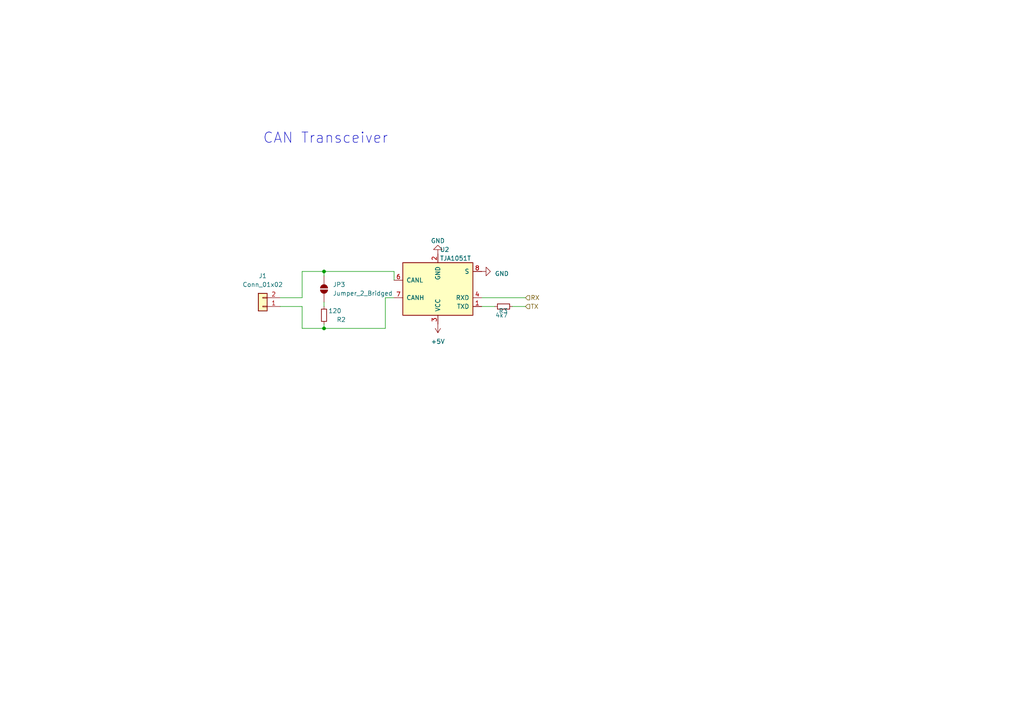
<source format=kicad_sch>
(kicad_sch (version 20231120) (generator "eeschema") (generator_version "8.0")
  (paper "A4")
  (lib_symbols
    (symbol "Connector_Generic:Conn_01x02" (pin_names (offset 1.016) hide)
      (property "Reference" "J" (at 0 2.54 0))
      (property "Value" "Conn_01x02" (at 0 -5.08 0))
      (symbol "Conn_01x02_1_1"
        (rectangle (start -1.27 -2.413) (end 0 -2.667) (stroke (width 0.1524)))
        (rectangle (start -1.27 0.127) (end 0 -0.127) (stroke (width 0.1524)))
        (rectangle (start -1.27 1.27) (end 1.27 -3.81) (stroke (width 0.254)) (fill (type background)))
        (pin passive line (at -5.08 0 0) (length 3.81) (name "Pin_1") (number "1"))
        (pin passive line (at -5.08 -2.54 0) (length 3.81) (name "Pin_2") (number "2"))
      )
    )
    (symbol "Device:R_Small" (pin_numbers hide) (pin_names (offset 0.254) hide)
      (property "Reference" "R" (at 0.762 0.508 0))
      (property "Value" "R_Small" (at 0.762 -1.016 0))
      (symbol "R_Small_0_1"
        (rectangle (start -0.762 1.778) (end 0.762 -1.778) (stroke (width 0.2032)))
      )
      (symbol "R_Small_1_1"
        (pin passive line (at 0 2.54 270) (length 0.762) (name "~") (number "1"))
        (pin passive line (at 0 -2.54 90) (length 0.762) (name "~") (number "2"))
      )
    )
    (symbol "Interface_CAN_LIN:TJA1051T" (pin_names (offset 1.016))
      (property "Reference" "U" (at -10.16 8.89 0))
      (property "Value" "TJA1051T" (at 1.27 8.89 0))
      (symbol "TJA1051T_0_1"
        (rectangle (start -10.16 7.62) (end 10.16 -7.62) (stroke (width 0.254)) (fill (type background)))
      )
      (symbol "TJA1051T_1_1"
        (pin input line (at -12.7 5.08 0) (length 2.54) (name "TXD") (number "1"))
        (pin power_in line (at 0 -10.16 90) (length 2.54) (name "GND") (number "2"))
        (pin power_in line (at 0 10.16 270) (length 2.54) (name "VCC") (number "3"))
        (pin output line (at -12.7 2.54 0) (length 2.54) (name "RXD") (number "4"))
        (pin no_connect line (at -10.16 -2.54 0) (length 2.54) hide (name "NC") (number "5"))
        (pin bidirectional line (at 12.7 -2.54 180) (length 2.54) (name "CANL") (number "6"))
        (pin bidirectional line (at 12.7 2.54 180) (length 2.54) (name "CANH") (number "7"))
        (pin input line (at -12.7 -5.08 0) (length 2.54) (name "S") (number "8"))
      )
    )
    (symbol "Jumper:SolderJumper_2_Open" (pin_numbers hide) (pin_names (offset 0) hide) (exclude_from_sim yes) (in_bom no)
      (property "Reference" "JP" (at 0 2.032 0))
      (property "Value" "SolderJumper_2_Open" (at 0 -2.54 0))
      (symbol "SolderJumper_2_Open_0_1"
        (arc (start -0.254 1.016) (mid -1.2656 0) (end -0.254 -1.016))
        (arc (start -0.254 1.016) (mid -1.2656 0) (end -0.254 -1.016) (fill (type outline)))
        (polyline (pts (xy -0.254 1.016) (xy -0.254 -1.016)))
        (polyline (pts (xy 0.254 1.016) (xy 0.254 -1.016)))
        (arc (start 0.254 -1.016) (mid 1.2656 0) (end 0.254 1.016))
        (arc (start 0.254 -1.016) (mid 1.2656 0) (end 0.254 1.016) (fill (type outline)))
      )
      (symbol "SolderJumper_2_Open_1_1"
        (pin passive line (at -3.81 0 0) (length 2.54) (name "A") (number "1"))
        (pin passive line (at 3.81 0 180) (length 2.54) (name "B") (number "2"))
      )
    )
    (symbol "power:+5V" (power) (pin_names (offset 0))
      (property "Value" "+5V" (at 0 3.556 0))
      (symbol "+5V_0_1"
        (polyline (pts (xy -0.762 1.27) (xy 0 2.54)))
        (polyline (pts (xy 0 0) (xy 0 2.54)))
        (polyline (pts (xy 0 2.54) (xy 0.762 1.27)))
      )
      (symbol "+5V_1_1"
        (pin power_in line (at 0 0 90) (length 0) hide (name "+5V") (number "1"))
      )
    )
    (symbol "power:GND" (power) (pin_names (offset 0))
      (property "Value" "GND" (at 0 -3.81 0))
      (symbol "GND_0_1"
        (polyline (pts (xy 0 0) (xy 0 -1.27) (xy 1.27 -1.27) (xy 0 -2.54) (xy -1.27 -1.27) (xy 0 -1.27)))
      )
      (symbol "GND_1_1"
        (pin power_in line (at 0 0 270) (length 0) hide (name "GND") (number "1"))
      )
    )
  )
  (junction (at 93.98 78.74))
  (junction (at 93.98 95.25))
  (wire (pts (xy 93.98 95.25) (xy 111.76 95.25)))
  (wire (pts (xy 93.98 87.63) (xy 93.98 88.9)))
  (wire (pts (xy 87.63 88.9) (xy 87.63 95.25)))
  (wire (pts (xy 139.7 88.9) (xy 143.51 88.9)))
  (wire (pts (xy 93.98 95.25) (xy 93.98 93.98)))
  (wire (pts (xy 148.59 88.9) (xy 152.4 88.9)))
  (wire (pts (xy 114.3 86.36) (xy 111.76 86.36)))
  (wire (pts (xy 139.7 86.36) (xy 152.4 86.36)))
  (wire (pts (xy 87.63 88.9) (xy 81.28 88.9)))
  (wire (pts (xy 93.98 78.74) (xy 114.3 78.74)))
  (wire (pts (xy 81.28 86.36) (xy 87.63 86.36)))
  (wire (pts (xy 114.3 78.74) (xy 114.3 81.28)))
  (wire (pts (xy 87.63 95.25) (xy 93.98 95.25)))
  (wire (pts (xy 93.98 80.01) (xy 93.98 78.74)))
  (wire (pts (xy 111.76 86.36) (xy 111.76 95.25)))
  (wire (pts (xy 87.63 86.36) (xy 87.63 78.74)))
  (wire (pts (xy 87.63 78.74) (xy 93.98 78.74)))
  (text "CAN Transceiver" (at 76.2 41.91 0) (effects (font (size 3 3)) (justify left bottom)))
  (hierarchical_label "TX" (shape input) (at 152.4 88.9 0))
  (hierarchical_label "RX" (shape input) (at 152.4 86.36 0))
  (symbol (lib_id "power:+5V") (at 127 93.98 180) (unit 1)
    (property "Reference" "#PWR013" (effects (hide yes)))
    (property "Value" "+5V" (at 127 99.06 0))
  )
  (symbol (lib_id "power:GND") (at 139.7 78.74 90) (unit 1)
    (property "Reference" "#PWR014" (effects (hide yes)))
    (property "Value" "GND" (at 143.51 79.375 90) (effects (justify right)))
  )
  (symbol (lib_id "Device:R_Small") (at 146.05 88.9 90) (unit 1)
    (property "Reference" "R3" (at 147.32 90.17 90) (effects (justify left)))
    (property "Value" "4k7" (at 147.32 91.44 90) (effects (justify left)))
    (property "Footprint" "Resistor_SMD:R_0805_2012Metric" (effects (hide yes)))
    (property "LCSC" "C17673" (effects (hide yes)))
  )
  (symbol (lib_id "Interface_CAN_LIN:TJA1051T") (at 127 83.82 180) (unit 1)
    (property "Reference" "U2" (at 127.5841 72.39 0) (effects (justify right)))
    (property "Value" "TJA1051T" (at 127.5841 74.93 0) (effects (justify right)))
    (property "Footprint" "Package_SO:SOIC-8_3.9x4.9mm_P1.27mm" (effects (hide yes)))
    (property "Datasheet" "http://www.nxp.com/documents/data_sheet/TJA1051.pdf" (effects (hide yes)))
    (property "LCSC" "C92211" (effects (hide yes)))
  )
  (symbol (lib_id "Device:R_Small") (at 93.98 91.44 180) (unit 1)
    (property "Reference" "R2" (at 100.33 92.71 0) (effects (justify left)))
    (property "Value" "120" (at 99.06 90.17 0) (effects (justify left)))
    (property "Footprint" "Resistor_SMD:R_0805_2012Metric" (effects (hide yes)))
    (property "LCSC" "C17437" (effects (hide yes)))
  )
  (symbol (lib_id "Jumper:SolderJumper_2_Open") (at 93.98 83.82 90) (unit 1) (exclude_from_sim yes) (in_bom no)
    (property "Reference" "JP3" (at 96.52 82.5499 90) (effects (justify right)))
    (property "Value" "Jumper_2_Bridged" (at 96.52 85.0899 90) (effects (justify right)))
    (property "Footprint" "Jumper:SolderJumper-2_P1.3mm_Open_RoundedPad1.0x1.5mm" (effects (hide yes)))
    (property "Description" "Solder Jumper, 2-pole, open" (effects (hide yes)))
  )
  (symbol (lib_id "power:GND") (at 127 73.66 180) (unit 1)
    (property "Reference" "#PWR012" (effects (hide yes)))
    (property "Value" "GND" (at 127 69.85 0))
  )
  (symbol (lib_id "Connector_Generic:Conn_01x02") (at 76.2 88.9 180) (unit 1) (in_bom no)
    (property "Reference" "J1" (at 76.2 80.01 0))
    (property "Value" "Conn_01x02" (at 76.2 82.55 0))
    (property "Footprint" "Connector_JST:JST_XH_B2B-XH-A_1x02_P2.50mm_Vertical" (effects (hide yes)))
  )
)
</source>
